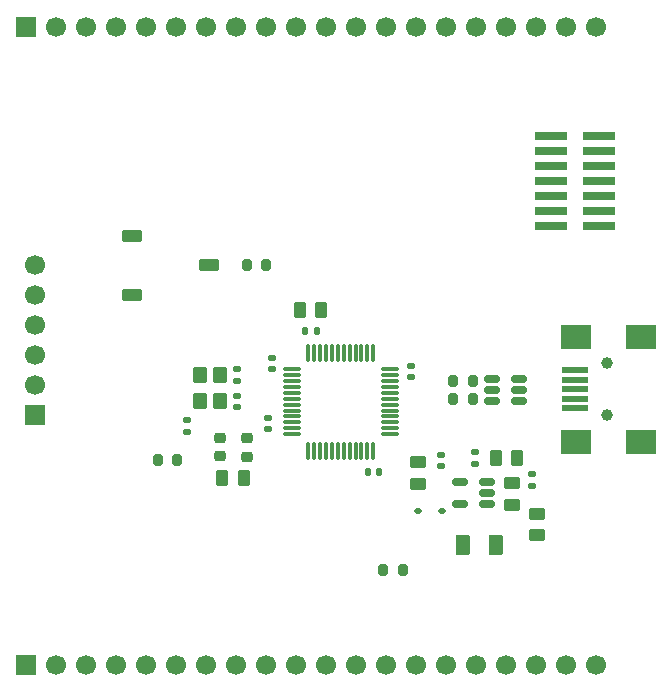
<source format=gts>
%TF.GenerationSoftware,KiCad,Pcbnew,9.0.5*%
%TF.CreationDate,2025-11-25T11:18:22+01:00*%
%TF.ProjectId,PTP,5054502e-6b69-4636-9164-5f7063625858,rev?*%
%TF.SameCoordinates,Original*%
%TF.FileFunction,Soldermask,Top*%
%TF.FilePolarity,Negative*%
%FSLAX46Y46*%
G04 Gerber Fmt 4.6, Leading zero omitted, Abs format (unit mm)*
G04 Created by KiCad (PCBNEW 9.0.5) date 2025-11-25 11:18:22*
%MOMM*%
%LPD*%
G01*
G04 APERTURE LIST*
G04 Aperture macros list*
%AMRoundRect*
0 Rectangle with rounded corners*
0 $1 Rounding radius*
0 $2 $3 $4 $5 $6 $7 $8 $9 X,Y pos of 4 corners*
0 Add a 4 corners polygon primitive as box body*
4,1,4,$2,$3,$4,$5,$6,$7,$8,$9,$2,$3,0*
0 Add four circle primitives for the rounded corners*
1,1,$1+$1,$2,$3*
1,1,$1+$1,$4,$5*
1,1,$1+$1,$6,$7*
1,1,$1+$1,$8,$9*
0 Add four rect primitives between the rounded corners*
20,1,$1+$1,$2,$3,$4,$5,0*
20,1,$1+$1,$4,$5,$6,$7,0*
20,1,$1+$1,$6,$7,$8,$9,0*
20,1,$1+$1,$8,$9,$2,$3,0*%
G04 Aperture macros list end*
%ADD10RoundRect,0.111000X1.284000X-0.259000X1.284000X0.259000X-1.284000X0.259000X-1.284000X-0.259000X0*%
%ADD11R,1.700000X1.700000*%
%ADD12C,1.700000*%
%ADD13RoundRect,0.140000X0.170000X-0.140000X0.170000X0.140000X-0.170000X0.140000X-0.170000X-0.140000X0*%
%ADD14RoundRect,0.200000X-0.200000X-0.275000X0.200000X-0.275000X0.200000X0.275000X-0.200000X0.275000X0*%
%ADD15RoundRect,0.250000X0.262500X0.450000X-0.262500X0.450000X-0.262500X-0.450000X0.262500X-0.450000X0*%
%ADD16RoundRect,0.140000X-0.170000X0.140000X-0.170000X-0.140000X0.170000X-0.140000X0.170000X0.140000X0*%
%ADD17RoundRect,0.150000X0.512500X0.150000X-0.512500X0.150000X-0.512500X-0.150000X0.512500X-0.150000X0*%
%ADD18RoundRect,0.250000X0.450000X-0.262500X0.450000X0.262500X-0.450000X0.262500X-0.450000X-0.262500X0*%
%ADD19C,1.000000*%
%ADD20R,2.300000X0.500000*%
%ADD21R,2.299996X0.500000*%
%ADD22R,2.500000X2.000000*%
%ADD23R,2.500000X1.999992*%
%ADD24RoundRect,0.225000X0.250000X-0.225000X0.250000X0.225000X-0.250000X0.225000X-0.250000X-0.225000X0*%
%ADD25RoundRect,0.140000X-0.140000X-0.170000X0.140000X-0.170000X0.140000X0.170000X-0.140000X0.170000X0*%
%ADD26RoundRect,0.140000X0.140000X0.170000X-0.140000X0.170000X-0.140000X-0.170000X0.140000X-0.170000X0*%
%ADD27RoundRect,0.250000X-0.350000X0.450000X-0.350000X-0.450000X0.350000X-0.450000X0.350000X0.450000X0*%
%ADD28RoundRect,0.250000X-0.262500X-0.450000X0.262500X-0.450000X0.262500X0.450000X-0.262500X0.450000X0*%
%ADD29RoundRect,0.250000X-0.450000X0.262500X-0.450000X-0.262500X0.450000X-0.262500X0.450000X0.262500X0*%
%ADD30RoundRect,0.250000X0.375000X0.625000X-0.375000X0.625000X-0.375000X-0.625000X0.375000X-0.625000X0*%
%ADD31RoundRect,0.112500X-0.187500X-0.112500X0.187500X-0.112500X0.187500X0.112500X-0.187500X0.112500X0*%
%ADD32RoundRect,0.200000X0.200000X0.275000X-0.200000X0.275000X-0.200000X-0.275000X0.200000X-0.275000X0*%
%ADD33RoundRect,0.050000X-0.800000X0.450000X-0.800000X-0.450000X0.800000X-0.450000X0.800000X0.450000X0*%
%ADD34RoundRect,0.075000X-0.662500X-0.075000X0.662500X-0.075000X0.662500X0.075000X-0.662500X0.075000X0*%
%ADD35RoundRect,0.075000X-0.075000X-0.662500X0.075000X-0.662500X0.075000X0.662500X-0.075000X0.662500X0*%
G04 APERTURE END LIST*
D10*
%TO.C,J2*%
X133535000Y-94870000D03*
X129465000Y-94870000D03*
X133535000Y-93600000D03*
X129465000Y-93600000D03*
X133535000Y-92330000D03*
X129465000Y-92330000D03*
X133535000Y-91055000D03*
X129465000Y-91060000D03*
X133535000Y-89790000D03*
X129465000Y-89790000D03*
X133535000Y-88520000D03*
X129465000Y-88520000D03*
X129465000Y-87250000D03*
X133535000Y-87250000D03*
%TD*%
D11*
%TO.C,J4*%
X85000000Y-132000000D03*
D12*
X87540000Y-132000000D03*
X90080000Y-132000000D03*
X92620000Y-132000000D03*
X95160000Y-132000000D03*
X97700000Y-132000000D03*
X100240000Y-132000000D03*
X102780000Y-132000000D03*
X105320000Y-132000000D03*
X107860000Y-132000000D03*
X110400000Y-132000000D03*
X112940000Y-132000000D03*
X115480000Y-132000000D03*
X118020000Y-132000000D03*
X120560000Y-132000000D03*
X123100000Y-132000000D03*
X125640000Y-132000000D03*
X128180000Y-132000000D03*
X130720000Y-132000000D03*
X133260000Y-132000000D03*
%TD*%
D11*
%TO.C,J5*%
X85000000Y-78000000D03*
D12*
X87540000Y-78000000D03*
X90080000Y-78000000D03*
X92620000Y-78000000D03*
X95160000Y-78000000D03*
X97700000Y-78000000D03*
X100240000Y-78000000D03*
X102780000Y-78000000D03*
X105320000Y-78000000D03*
X107860000Y-78000000D03*
X110400000Y-78000000D03*
X112940000Y-78000000D03*
X115480000Y-78000000D03*
X118020000Y-78000000D03*
X120560000Y-78000000D03*
X123100000Y-78000000D03*
X125640000Y-78000000D03*
X128180000Y-78000000D03*
X130720000Y-78000000D03*
X133260000Y-78000000D03*
%TD*%
D13*
%TO.C,C15*%
X120156600Y-114267600D03*
X120156600Y-115227600D03*
%TD*%
D14*
%TO.C,R3*%
X122800000Y-109500000D03*
X121150000Y-109500000D03*
%TD*%
D15*
%TO.C,FB1*%
X101587500Y-116200000D03*
X103412500Y-116200000D03*
%TD*%
D13*
%TO.C,C11*%
X102850000Y-110230000D03*
X102850000Y-109270000D03*
%TD*%
D14*
%TO.C,R2*%
X96150000Y-114700000D03*
X97800000Y-114700000D03*
%TD*%
D16*
%TO.C,C4*%
X117600000Y-106700000D03*
X117600000Y-107660000D03*
%TD*%
%TO.C,C9*%
X98600000Y-111320000D03*
X98600000Y-112280000D03*
%TD*%
D17*
%TO.C,U2*%
X126725000Y-109700000D03*
X126725000Y-108750000D03*
X126725000Y-107800000D03*
X124450000Y-107800000D03*
X124450000Y-108750000D03*
X124450000Y-109700000D03*
%TD*%
D18*
%TO.C,C16*%
X118156600Y-116680100D03*
X118156600Y-114855100D03*
%TD*%
D19*
%TO.C,J1*%
X134200000Y-110900000D03*
X134200000Y-106500000D03*
D20*
X131500000Y-110300000D03*
X131500000Y-109500000D03*
X131500000Y-108700000D03*
D21*
X131500002Y-107900000D03*
D20*
X131500000Y-107100000D03*
D22*
X131600000Y-113150000D03*
D23*
X137100000Y-113150000D03*
D22*
X131600000Y-104250000D03*
D23*
X137100000Y-104250000D03*
%TD*%
D18*
%TO.C,R7*%
X128287500Y-121052500D03*
X128287500Y-119227500D03*
%TD*%
D24*
%TO.C,C8*%
X101400000Y-114375000D03*
X101400000Y-112825000D03*
%TD*%
D13*
%TO.C,C10*%
X102850000Y-107980000D03*
X102850000Y-107020000D03*
%TD*%
D25*
%TO.C,C2*%
X108640000Y-103800000D03*
X109600000Y-103800000D03*
%TD*%
D14*
%TO.C,R4*%
X121150000Y-108000000D03*
X122800000Y-108000000D03*
%TD*%
D24*
%TO.C,C7*%
X103700000Y-114400000D03*
X103700000Y-112850000D03*
%TD*%
D26*
%TO.C,C5*%
X114900000Y-115700000D03*
X113940000Y-115700000D03*
%TD*%
D27*
%TO.C,Y1*%
X99700000Y-107500000D03*
X99700000Y-109700000D03*
X101400000Y-109700000D03*
X101400000Y-107500000D03*
%TD*%
D28*
%TO.C,C1*%
X108187500Y-102000000D03*
X110012500Y-102000000D03*
%TD*%
D14*
%TO.C,R1*%
X103675000Y-98200000D03*
X105325000Y-98200000D03*
%TD*%
D13*
%TO.C,C6*%
X105500000Y-111140000D03*
X105500000Y-112100000D03*
%TD*%
D29*
%TO.C,C14*%
X126112500Y-116640000D03*
X126112500Y-118465000D03*
%TD*%
D30*
%TO.C,D1*%
X124800000Y-121900000D03*
X122000000Y-121900000D03*
%TD*%
D12*
%TO.C,J3*%
X85800000Y-98160000D03*
X85800000Y-100700000D03*
X85800000Y-103240000D03*
X85800000Y-105780000D03*
X85800000Y-108320000D03*
D11*
X85800000Y-110860000D03*
%TD*%
D13*
%TO.C,C3*%
X105800000Y-107000000D03*
X105800000Y-106040000D03*
%TD*%
D17*
%TO.C,U3*%
X124000000Y-118440000D03*
X124000000Y-117490000D03*
X124000000Y-116540000D03*
X121725000Y-116540000D03*
X121725000Y-118440000D03*
%TD*%
D31*
%TO.C,D2*%
X118150000Y-119000000D03*
X120250000Y-119000000D03*
%TD*%
D32*
%TO.C,R5*%
X116900000Y-124000000D03*
X115250000Y-124000000D03*
%TD*%
D28*
%TO.C,R6*%
X124750000Y-114540000D03*
X126575000Y-114540000D03*
%TD*%
D16*
%TO.C,C13*%
X127862500Y-115890000D03*
X127862500Y-116850000D03*
%TD*%
%TO.C,C12*%
X123000000Y-114040000D03*
X123000000Y-115000000D03*
%TD*%
D33*
%TO.C,SW1*%
X93950000Y-95700000D03*
X100450000Y-98200000D03*
X93950000Y-100700000D03*
%TD*%
D34*
%TO.C,U1*%
X107487500Y-107000000D03*
X107487500Y-107500000D03*
X107487500Y-108000000D03*
X107487500Y-108500000D03*
X107487500Y-109000000D03*
X107487500Y-109500000D03*
X107487500Y-110000000D03*
X107487500Y-110500000D03*
X107487500Y-111000000D03*
X107487500Y-111500000D03*
X107487500Y-112000000D03*
X107487500Y-112500000D03*
D35*
X108900000Y-113912500D03*
X109400000Y-113912500D03*
X109900000Y-113912500D03*
X110400000Y-113912500D03*
X110900000Y-113912500D03*
X111400000Y-113912500D03*
X111900000Y-113912500D03*
X112400000Y-113912500D03*
X112900000Y-113912500D03*
X113400000Y-113912500D03*
X113900000Y-113912500D03*
X114400000Y-113912500D03*
D34*
X115812500Y-112500000D03*
X115812500Y-112000000D03*
X115812500Y-111500000D03*
X115812500Y-111000000D03*
X115812500Y-110500000D03*
X115812500Y-110000000D03*
X115812500Y-109500000D03*
X115812500Y-109000000D03*
X115812500Y-108500000D03*
X115812500Y-108000000D03*
X115812500Y-107500000D03*
X115812500Y-107000000D03*
D35*
X114400000Y-105587500D03*
X113900000Y-105587500D03*
X113400000Y-105587500D03*
X112900000Y-105587500D03*
X112400000Y-105587500D03*
X111900000Y-105587500D03*
X111400000Y-105587500D03*
X110900000Y-105587500D03*
X110400000Y-105587500D03*
X109900000Y-105587500D03*
X109400000Y-105587500D03*
X108900000Y-105587500D03*
%TD*%
M02*

</source>
